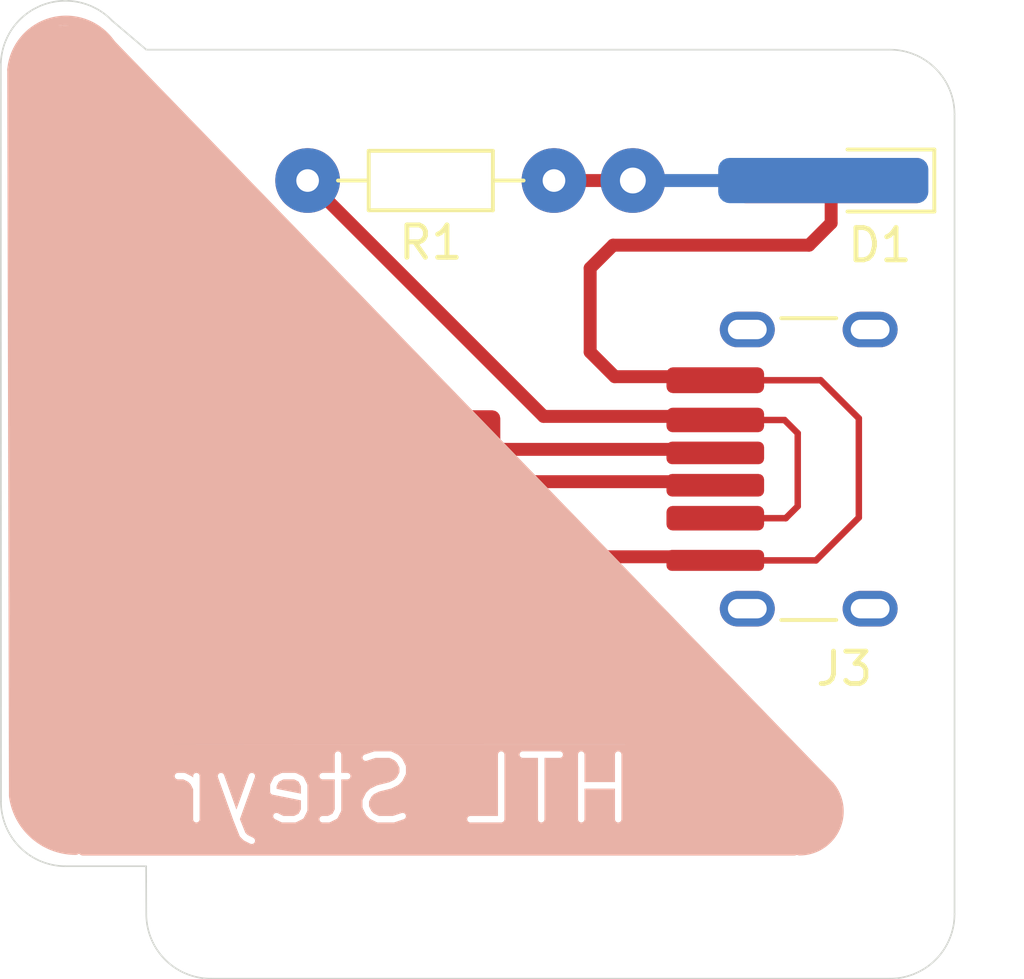
<source format=kicad_pcb>
(kicad_pcb (version 20241229) (generator "pcbnew") (generator_version "9.0")
  (layers (0 "F.Cu" signal) (2 "B.Cu" signal) (13 "F.Paste" user) (15 "B.Paste" user) (5 "F.SilkS" user "F.Silkscreen") (7 "B.SilkS" user "B.Silkscreen") (1 "F.Mask" user) (3 "B.Mask" user) (25 "Edge.Cuts" user))
  (net 0 "")
  (net 1 "Net-(D1-A)")
  (net 2 "GND")
  (net 3 "Net-(J3-CC1)")
  (net 4 "Net-(J3-CC2)")
  (net 5 "Net-(J3-VBUS-PadA9)")
  (footprint "beidseitige_led:LED_0805_2012Metric" (layer "F.Cu") (at 191.89 97 180)
    (property "Reference" "D1" (at 0 -2 180) (layer "F.SilkS"))
    (property "Value" "LED")
    (fp_line (start 1 -0.96) (end -1.685 -0.96) (stroke (width 0.12)) (layer "F.SilkS"))
    (fp_line (start -1.685 0.96) (end 1 0.96) (stroke (width 0.12)) (layer "F.SilkS"))
    (fp_line (start -1.685 -0.96) (end -1.685 0.96) (stroke (width 0.12)) (layer "F.SilkS"))
    (pad "1" smd roundrect (at 1.50625 0 180) (size 5.9875 1.4) (layers "F.Cu" "F.Mask" "F.Paste") (net 2 "GND"))
    (pad "2" smd roundrect (at 1.75 0 180) (size 6.5 1.4) (layers "B.Cu" "B.Mask" "B.Paste") (net 1 "Net-(D1-A)"))
  )
  (footprint "Resistor_SMD:R_0805_2012Metric_Pad1.20x1.40mm_HandSolder" (layer "F.Cu") (at 178.55 106.72)
    (property "Reference" "R2" (at -3.5 -0.25 0) (layer "F.SilkS"))
    (property "Value" "5,1k")
    (fp_line (start -0.227064 -0.735) (end 0.227064 -0.735) (stroke (width 0.12)) (layer "F.SilkS"))
    (fp_line (start -0.227064 0.735) (end 0.227064 0.735) (stroke (width 0.12)) (layer "F.SilkS"))
    (pad "1" smd roundrect (at -1 0) (size 1.2 1.4) (layers "F.Cu" "F.Mask" "F.Paste") (roundrect_rratio 0.208333) (net 2 "GND"))
    (pad "2" smd roundrect (at 1 0) (size 1.2 1.4) (layers "F.Cu" "F.Mask" "F.Paste") (roundrect_rratio 0.208333) (net 3 "Net-(J3-CC1)"))
  )
  (footprint "Resistor_THT:R_Axial_DIN0204_L3.6mm_D1.6mm_P7.62mm_Horizontal" (layer "F.Cu") (at 181.81 97 180)
    (property "Reference" "R1" (at 3.81 -1.92 180) (layer "F.SilkS"))
    (property "Value" "1k")
    (fp_line (start 6.68 0) (end 5.73 0) (stroke (width 0.12)) (layer "F.SilkS"))
    (fp_line (start 5.73 0.92) (end 5.73 -0.92) (stroke (width 0.12)) (layer "F.SilkS"))
    (fp_line (start 5.73 -0.92) (end 1.89 -0.92) (stroke (width 0.12)) (layer "F.SilkS"))
    (fp_line (start 1.89 0.92) (end 5.73 0.92) (stroke (width 0.12)) (layer "F.SilkS"))
    (fp_line (start 1.89 -0.92) (end 1.89 0.92) (stroke (width 0.12)) (layer "F.SilkS"))
    (fp_line (start 0.94 0) (end 1.89 0) (stroke (width 0.12)) (layer "F.SilkS"))
    (pad "1" thru_hole circle (at 0 0 180) (size 2 2) (drill 0.7) (layers "*.Cu" "*.Mask") (net 1 "Net-(D1-A)"))
    (pad "2" thru_hole circle (at 7.62 0 180) (size 2 2) (drill 0.7) (layers "*.Cu" "*.Mask") (net 5 "Net-(J3-VBUS-PadA9)"))
  )
  (footprint "Resistor_SMD:R_0805_2012Metric_Pad1.20x1.40mm_HandSolder" (layer "F.Cu") (at 178.55 104.81)
    (property "Reference" "R3" (at -3.5 -1.5 0) (layer "F.SilkS"))
    (property "Value" "5,1k")
    (fp_line (start -0.227064 -0.735) (end 0.227064 -0.735) (stroke (width 0.12)) (layer "F.SilkS"))
    (fp_line (start -0.227064 0.735) (end 0.227064 0.735) (stroke (width 0.12)) (layer "F.SilkS"))
    (pad "1" smd roundrect (at -1 0) (size 1.2 1.4) (layers "F.Cu" "F.Mask" "F.Paste") (roundrect_rratio 0.208333) (net 2 "GND"))
    (pad "2" smd roundrect (at 1 0) (size 1.2 1.4) (layers "F.Cu" "F.Mask" "F.Paste") (roundrect_rratio 0.208333) (net 4 "Net-(J3-CC2)"))
  )
  (footprint "beidseitige_led:USB_C_Receptacle_GCT_USB4125-xx-x-0190_6P_TopMnt_Horizontal" (layer "F.Cu") (at 190.79 105.93 90)
    (property "Reference" "J3" (at -6.18 0 0) (layer "F.SilkS"))
    (property "Value" "USB_C_Receptacle_PowerOnly_6P")
    (fp_line (start 4.67 -0.25) (end 4.67 -1.95) (stroke (width 0.12)) (layer "F.SilkS"))
    (fp_line (start -4.67 -0.25) (end -4.67 -1.95) (stroke (width 0.12)) (layer "F.SilkS"))
    (pad "A5" smd roundrect (at -0.5 -3.99 90) (size 0.7 3.02) (layers "F.Cu" "F.Mask" "F.Paste") (net 3 "Net-(J3-CC1)"))
    (pad "A9" smd roundrect (at 1.52 -3.99 270) (size 0.76 3.02) (layers "F.Cu" "F.Mask" "F.Paste") (net 5 "Net-(J3-VBUS-PadA9)"))
    (pad "A12" smd roundrect (at 2.75 -3.99 270) (size 0.8 3.02) (layers "F.Cu" "F.Mask" "F.Paste") (net 2 "GND"))
    (pad "B5" smd roundrect (at 0.5 -3.99 270) (size 0.7 3.02) (layers "F.Cu" "F.Mask" "F.Paste") (net 4 "Net-(J3-CC2)"))
    (pad "B9" smd roundrect (at -1.52 -3.99 90) (size 0.76 3.02) (layers "F.Cu" "F.Mask" "F.Paste") (net 5 "Net-(J3-VBUS-PadA9)"))
    (pad "B12" smd roundrect (at -2.825 -3.99 90) (size 0.65 3.02) (layers "F.Cu" "F.Mask" "F.Paste") (net 2 "GND"))
    (pad "S1" thru_hole oval (at -4.32 -3 90) (size 1.1 1.7) (drill oval 0.6 1.2) (layers "*.Cu" "*.Mask" "F.Paste") (net 2 "GND"))
    (pad "S1" thru_hole oval (at -4.32 0.8 90) (size 1.1 1.7) (drill oval 0.6 1.2) (layers "*.Cu" "*.Mask" "F.Paste") (net 2 "GND"))
    (pad "S1" thru_hole oval (at 4.32 -3 90) (size 1.1 1.7) (drill oval 0.6 1.2) (layers "*.Cu" "*.Mask" "F.Paste") (net 2 "GND"))
    (pad "S1" thru_hole oval (at 4.32 0.8 90) (size 1.1 1.7) (drill oval 0.6 1.2) (layers "*.Cu" "*.Mask" "F.Paste") (net 2 "GND"))
  )
  (gr_poly (pts (xy 189.458502 117.719405) (xy 190.425852 117.219877) (xy 190.658629 116.562624) (xy 190.388185 115.71608) (xy 189.912373 115.275504) (xy 170.3 95.2) (xy 169.1 93.9) (xy 167.4 92.2) (xy 165.9 92.3) (xy 165.2 93.2) (xy 165.1 96.3) (xy 165.155152 116.021058) (xy 165.295769 116.721805) (xy 165.795766 117.221808) (xy 167.069366 117.701528) (xy 169.909876 117.740062) (xy 169.980622 114.402807) (xy 184.075973 114.392964) (xy 183.951944 117.647991) (xy 184.067477 117.601778)) (stroke (width 0.1)) (fill yes) (layer "B.SilkS"))
  (gr_arc (start 190.334768 115.735133) (mid 190.509383 117.033539) (end 189.405085 117.738458) (stroke (width 0.3)) (layer "B.SilkS"))
  (gr_arc (start 165.048796 93.565859) (mid 166.3 92.1) (end 168.104019 92.778141) (stroke (width 0.3)) (layer "B.SilkS"))
  (gr_line (start 190.334768 115.735133) (end 168.104019 92.778141) (stroke (width 0.3)) (layer "B.SilkS"))
  (gr_line (start 165.048796 93.565859) (end 165.101735 116.040111) (stroke (width 0.3)) (layer "B.SilkS"))
  (gr_arc (start 167.015949 117.720581) (mid 165.742354 117.240855) (end 165.101735 116.040111) (stroke (width 0.3)) (layer "B.SilkS"))
  (gr_line (start 167.242352 117.740858) (end 189.242352 117.740858) (stroke (width 0.3)) (layer "B.SilkS"))
  (gr_arc (start 194.2 119.7) (mid 193.614214 121.114214) (end 192.2 121.7) (stroke (width 0.05)) (layer "Edge.Cuts"))
  (gr_arc (start 164.7 93.437975) (mid 165.955679 91.581663) (end 168.145981 92.05626) (stroke (width 0.05)) (layer "Edge.Cuts"))
  (gr_line (start 194.2 94.95) (end 194.2 119.7) (stroke (width 0.05)) (layer "Edge.Cuts"))
  (gr_line (start 166.694757 118.22011) (end 169.194757 118.22011) (stroke (width 0.05)) (layer "Edge.Cuts"))
  (gr_line (start 169.194757 118.22011) (end 169.2 119.7) (stroke (width 0.05)) (layer "Edge.Cuts"))
  (gr_line (start 169.2 92.95) (end 168.145981 92.05626) (stroke (width 0.05)) (layer "Edge.Cuts"))
  (gr_line (start 164.7 93.437975) (end 164.706641 116.218391) (stroke (width 0.05)) (layer "Edge.Cuts"))
  (gr_line (start 169.2 92.95) (end 192.2 92.95) (stroke (width 0.05)) (layer "Edge.Cuts"))
  (gr_arc (start 192.2 92.95) (mid 193.614214 93.535786) (end 194.2 94.95) (stroke (width 0.05)) (layer "Edge.Cuts"))
  (gr_arc (start 166.694757 118.22011) (mid 165.287 117.629631) (end 164.704887 116.218391) (stroke (width 0.05)) (layer "Edge.Cuts"))
  (gr_line (start 192.2 121.7) (end 171.2 121.7) (stroke (width 0.05)) (layer "Edge.Cuts"))
  (gr_arc (start 171.2 121.7) (mid 169.785786 121.114214) (end 169.2 119.7) (stroke (width 0.05)) (layer "Edge.Cuts"))
  (gr_text "HTL Steyr" (at 184.405152 117.021058 0) (layer "B.SilkS" knockout) (effects (font (size 2 2) (thickness 0.2)) (justify left bottom mirror)))
  (segment (start 184.18 96.93) (end 184.25 97) (width 0.4) (layer "F.Cu") (net 1))
  (segment (start 181.81 97) (end 184.25 97) (width 0.4) (layer "F.Cu") (net 1))
  (via (at 184.25 97) (size 2) (drill 0.8) (layers "F.Cu" "B.Cu") (net 1))
  (segment (start 184.25 97) (end 190.14 97) (width 0.4) (layer "B.Cu") (net 1))
  (segment (start 187.27 103.07) (end 183.69 103.07) (width 0.4) (layer "F.Cu") (net 2))
  (segment (start 182.93 102.31) (end 182.93 99.71) (width 0.4) (layer "F.Cu") (net 2))
  (segment (start 182.93 99.71) (end 183.64 99) (width 0.4) (layer "F.Cu") (net 2))
  (segment (start 190.38375 98.31625) (end 190.38375 97) (width 0.4) (layer "F.Cu") (net 2))
  (segment (start 191.24 104.36) (end 190.06 103.18) (width 0.2) (layer "F.Cu") (net 2))
  (segment (start 177.55 104.81) (end 177.55 106.72) (width 0.4) (layer "F.Cu") (net 2))
  (segment (start 177.55 108.17) (end 178.025 108.645) (width 0.4) (layer "F.Cu") (net 2))
  (segment (start 177.55 106.72) (end 177.55 108.17) (width 0.4) (layer "F.Cu") (net 2))
  (segment (start 190.06 103.18) (end 186.8 103.18) (width 0.2) (layer "F.Cu") (net 2))
  (segment (start 183.64 99) (end 189.7 99) (width 0.4) (layer "F.Cu") (net 2))
  (segment (start 191.24 107.43) (end 191.24 104.36) (width 0.2) (layer "F.Cu") (net 2))
  (segment (start 178.025 108.645) (end 185.76 108.645) (width 0.4) (layer "F.Cu") (net 2))
  (segment (start 187.269999 108.645) (end 185.76 108.645) (width 0.4) (layer "F.Cu") (net 2))
  (segment (start 186.8 108.755) (end 189.915 108.755) (width 0.2) (layer "F.Cu") (net 2))
  (segment (start 183.69 103.07) (end 182.93 102.31) (width 0.4) (layer "F.Cu") (net 2))
  (segment (start 189.7 99) (end 190.38375 98.31625) (width 0.4) (layer "F.Cu") (net 2))
  (segment (start 189.915 108.755) (end 191.24 107.43) (width 0.2) (layer "F.Cu") (net 2))
  (segment (start 186.67 106.32) (end 186.07 106.32) (width 0.4) (layer "F.Cu") (net 3))
  (segment (start 179.95 106.32) (end 185.76 106.32) (width 0.4) (layer "F.Cu") (net 3))
  (segment (start 179.55 106.72) (end 179.95 106.32) (width 0.4) (layer "F.Cu") (net 3))
  (segment (start 180.06 105.32) (end 179.55 104.81) (width 0.4) (layer "F.Cu") (net 4))
  (segment (start 186.67 105.32) (end 180.06 105.32) (width 0.4) (layer "F.Cu") (net 4))
  (segment (start 186.8 104.41) (end 188.94 104.41) (width 0.2) (layer "F.Cu") (net 5))
  (segment (start 189.35 107.08) (end 188.98 107.45) (width 0.2) (layer "F.Cu") (net 5))
  (segment (start 188.98 107.45) (end 186.8 107.45) (width 0.2) (layer "F.Cu") (net 5))
  (segment (start 181.49 104.3) (end 174.19 97) (width 0.4) (layer "F.Cu") (net 5))
  (segment (start 185.76 104.3) (end 181.49 104.3) (width 0.4) (layer "F.Cu") (net 5))
  (segment (start 187.010736 107.409264) (end 185.829264 107.409264) (width 0.4) (layer "F.Cu") (net 5))
  (segment (start 189.35 104.82) (end 189.35 107.08) (width 0.2) (layer "F.Cu") (net 5))
  (segment (start 185.76 104.3) (end 187.068022 104.3) (width 0.4) (layer "F.Cu") (net 5))
  (segment (start 188.94 104.41) (end 189.35 104.82) (width 0.2) (layer "F.Cu") (net 5))
)
</source>
